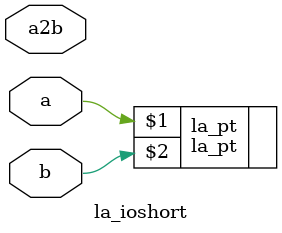
<source format=v>
/*****************************************************************************
 * Function: Shorting two wires together
 * Copyright: Lambda Project Authors. All rights Reserved.
 * License:  MIT (see LICENSE file in Lambda repository)
 *
 * Docs:
 *
 * Workaround for unsupported tran, alias, and port aliasing in Verilator.
 *
 * Useful for making connections between ports without hard coding the
 * connection in RTL.
 *
 ****************************************************************************/
module la_ioshort (
    inout a,
    inout b,
    input a2b
);

`ifdef VERILATOR
    // Using direction to break the loop
    assign a = ~a2b ? b : 1'bz;
    assign b = a2b ? a : 1'bz;
`else
    // single port pass through short/hack
    // verilog_lint: waive-start module-port
    la_pt la_pt (
        a,
        b
    );
    // verilog_lint: waive-end module-port
`endif

endmodule  // la_ioshort

</source>
